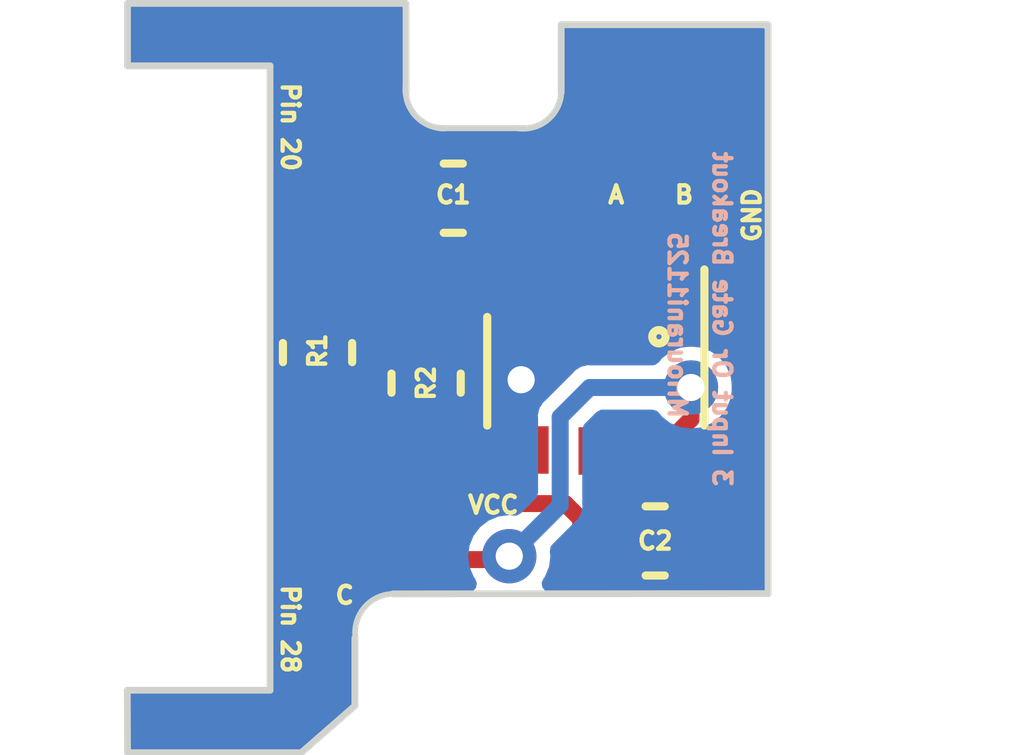
<source format=kicad_pcb>
(kicad_pcb (version 20211014) (generator pcbnew)
  (layers (0 "F.Cu" signal) (31 "B.Cu" signal) (34 "B.Paste" user) (35 "F.Paste" user) (36 "B.SilkS" user "B.Silkscreen") (37 "F.SilkS" user "F.Silkscreen") (38 "B.Mask" user) (39 "F.Mask" user) (44 "Edge.Cuts" user))
  (net 0 "")
  (net 1 "VCC-PAD")
  (net 2 "GND")
  (net 3 "CE")
  (net 4 "A")
  (net 5 "B")
  (net 6 "VCC5V")
  (net 7 "C")
  (footprint "" (layer "F.Cu") (at 150.1 93 90)
    (fp_text reference "" (at 0 0 90) (layer "F.SilkS") (effects (font (size 1.27 1.27))))
    (fp_text value "" (at 0 0 90) (layer "F.SilkS") (effects (font (size 1.27 1.27))))
    (pad "10" smd roundrect (at 0 0 270) (size 1.778 0.508) (layers "F.Cu" "F.Paste" "F.Mask") (net 5 "B"))
  )
  (footprint "" (layer "F.Cu") (at 146.225 98.75 -90)
    (fp_text reference "" (at 0 0 90) (layer "F.SilkS") (effects (font (size 1.27 1.27))))
    (fp_text value "" (at 0 0 90) (layer "F.SilkS") (effects (font (size 1.27 1.27))))
    (pad "B" smd roundrect (at 0 0 180) (size 1.778 0.508) (layers "F.Cu" "F.Paste" "F.Mask") (net 6 "VCC5V"))
  )
  (footprint "" (layer "F.Cu") (at 151.1 93 90)
    (fp_text reference "" (at 0 0 90) (layer "F.SilkS") (effects (font (size 1.27 1.27))))
    (fp_text value "" (at 0 0 90) (layer "F.SilkS") (effects (font (size 1.27 1.27))))
    (pad "9" smd roundrect (at 0 0 270) (size 1.778 0.508) (layers "F.Cu" "F.Paste" "F.Mask") (net 2 "GND"))
  )
  (footprint "" (layer "F.Cu") (at 149.1 93 -90)
    (fp_text reference "" (at 0 0 90) (layer "F.SilkS") (effects (font (size 1.27 1.27))))
    (fp_text value "" (at 0 0 90) (layer "F.SilkS") (effects (font (size 1.27 1.27))))
    (pad "11" smd roundrect (at 0 0 90) (size 1.778 0.508) (layers "F.Cu" "F.Paste" "F.Mask") (net 4 "A"))
  )
  (footprint "" (layer "F.Cu") (at 143.5 102)
    (fp_text reference "" (at 0 0) (layer "F.SilkS") (effects (font (size 1.27 1.27))))
    (fp_text value "" (at 0 0) (layer "F.SilkS") (effects (font (size 1.27 1.27))))
    (pad "4" smd roundrect (at 0 0) (size 2.286 0.508) (layers "F.Cu" "F.Paste" "F.Mask") (net 3 "CE"))
  )
  (footprint "" (layer "F.Cu") (at 143.5 91.85 180)
    (fp_text reference "" (at 0 0) (layer "F.SilkS") (effects (font (size 1.27 1.27))))
    (fp_text value "" (at 0 0) (layer "F.SilkS") (effects (font (size 1.27 1.27))))
    (pad "1" smd roundrect (at 0 0 180) (size 2.286 0.508) (layers "F.Cu" "F.Paste" "F.Mask") (net 1 "VCC-PAD"))
  )
  (footprint "Capacitor_SMD:C_0603_1608Metric" (layer "F.Cu") (at 146.6 96.975 -90)
    (fp_text reference "R2" (at 0 0 -90) (layer "F.SilkS") (effects (font (size 0.254 0.254) (thickness 0.0635))))
    (fp_text value "0.01uf")
    (fp_line (start -0.14058 -0.51) (end 0.14058 -0.51) (layer "F.SilkS") (width 0.12))
    (fp_line (start -0.14058 0.51) (end 0.14058 0.51) (layer "F.SilkS") (width 0.12))
    (pad "5" smd roundrect (at -0.775 0 270) (size 0.9 0.95) (layers "F.Cu" "F.Paste" "F.Mask") (net 2 "GND"))
    (pad "6" smd roundrect (at 0.775 0 270) (size 0.9 0.95) (layers "F.Cu" "F.Paste" "F.Mask") (net 3 "CE"))
  )
  (footprint "Capacitor_SMD:C_0603_1608Metric" (layer "F.Cu") (at 149.975 99.3)
    (fp_text reference "C2" (at 0 0) (layer "F.SilkS") (effects (font (size 0.254 0.254) (thickness 0.0635))))
    (fp_text value "0.1uf")
    (fp_line (start -0.14058 -0.51) (end 0.14058 -0.51) (layer "F.SilkS") (width 0.12))
    (fp_line (start -0.14058 0.51) (end 0.14058 0.51) (layer "F.SilkS") (width 0.12))
    (pad "7" smd roundrect (at 0.775 0) (size 0.9 0.95) (layers "F.Cu" "F.Paste" "F.Mask") (net 2 "GND"))
    (pad "8" smd roundrect (at -0.775 0) (size 0.9 0.95) (layers "F.Cu" "F.Paste" "F.Mask") (net 6 "VCC5V"))
  )
  (footprint "" (layer "F.Cu") (at 146.225 99.575)
    (fp_text reference "" (at 0 0) (layer "F.SilkS") (effects (font (size 1.27 1.27))))
    (fp_text value "" (at 0 0) (layer "F.SilkS") (effects (font (size 1.27 1.27))))
    (pad "B" smd roundrect (at 0 0 180) (size 1.778 0.508) (layers "F.Cu" "F.Paste" "F.Mask") (net 7 "C"))
  )
  (footprint "Package_SO:TSOP-6_1.65x3.05mm_P0.95mm" (layer "F.Cu") (at 149.1 96.8 -90)
    (fp_text reference "U5" hide)
    (fp_text value "74LVC1G332GW,125")
    (fp_line (start -0.8 1.6) (end 0.8 1.6) (layer "F.SilkS") (width 0.12))
    (fp_line (start 0.8 -1.6) (end -1.5 -1.6) (layer "F.SilkS") (width 0.12))
    (fp_circle (center -0.508488 -0.93) (end -0.418488 -0.89) (layer "F.SilkS") (width 0.12) (fill none))
    (pad "1" smd rect (at -1.16 -0.95 270) (size 0.7 0.51) (layers "F.Cu" "F.Paste" "F.Mask") (net 5 "B"))
    (pad "2" smd rect (at -1.16 0 270) (size 0.7 0.51) (layers "F.Cu" "F.Paste" "F.Mask") (net 2 "GND"))
    (pad "3" smd rect (at -1.16 0.95 270) (size 0.7 0.51) (layers "F.Cu" "F.Paste" "F.Mask") (net 4 "A"))
    (pad "4" smd rect (at 1.16 0.95 270) (size 0.7 0.51) (layers "F.Cu" "F.Paste" "F.Mask") (net 3 "CE"))
    (pad "5" smd rect (at 1.175 0 270) (size 0.7 0.51) (layers "F.Cu" "F.Paste" "F.Mask") (net 6 "VCC5V"))
    (pad "6" smd rect (at 1.16 -0.95 270) (size 0.7 0.51) (layers "F.Cu" "F.Paste" "F.Mask") (net 7 "C"))
  )
  (footprint "Capacitor_SMD:C_0603_1608Metric" (layer "F.Cu") (at 145 96.525 90)
    (fp_text reference "R1" (at 0.025 0 90) (layer "F.SilkS") (effects (font (size 0.254 0.254) (thickness 0.0635))))
    (fp_text value " ")
    (fp_line (start -0.14058 0.51) (end 0.14058 0.51) (layer "F.SilkS") (width 0.12))
    (fp_line (start -0.14058 -0.51) (end 0.14058 -0.51) (layer "F.SilkS") (width 0.12))
    (pad "2" smd roundrect (at 0.775 0 90) (size 0.9 0.95) (layers "F.Cu" "F.Paste" "F.Mask") (net 1 "VCC-PAD"))
    (pad "3" smd roundrect (at -0.775 0 90) (size 0.9 0.95) (layers "F.Cu" "F.Paste" "F.Mask") (net 3 "CE"))
  )
  (footprint "Capacitor_SMD:C_0603_1608Metric" (layer "F.Cu") (at 147 94.25)
    (fp_text reference "C1" (at 0 -0.05) (layer "F.SilkS") (effects (font (size 0.254 0.254) (thickness 0.0635))))
    (fp_text value "0.01uf")
    (fp_line (start -0.14058 -0.51) (end 0.14058 -0.51) (layer "F.SilkS") (width 0.12))
    (fp_line (start -0.14058 0.51) (end 0.14058 0.51) (layer "F.SilkS") (width 0.12))
    (pad "5" smd roundrect (at -0.775 0) (size 0.9 0.95) (layers "F.Cu" "F.Paste" "F.Mask") (net 1 "VCC-PAD"))
    (pad "6" smd roundrect (at 0.775 0) (size 0.9 0.95) (layers "F.Cu" "F.Paste" "F.Mask") (net 2 "GND"))
  )
  (gr_line (start 144.76 102.42) (end 142.2 102.42) (layer "Edge.Cuts") (width 0.1))
  (gr_line (start 144.76 102.42) (end 145.55 101.73) (layer "Edge.Cuts") (width 0.1))
  (gr_line (start 148.59 92.69) (end 148.59 91.694) (layer "Edge.Cuts") (width 0.1))
  (gr_arc (start 145.56 100.74) (mid 145.684497 100.28762) (end 146.11 100.08) (layer "Edge.Cuts") (width 0.08382))
  (gr_line (start 151.638 91.694) (end 151.638 100.076) (layer "Edge.Cuts") (width 0.1))
  (gr_line (start 146.79 93.218) (end 148.06 93.218) (layer "Edge.Cuts") (width 0.0889))
  (gr_line (start 146.304 91.39) (end 146.304 92.7) (layer "Edge.Cuts") (width 0.1))
  (gr_line (start 151.638 100.076) (end 146.11 100.08) (layer "Edge.Cuts") (width 0.1))
  (gr_line (start 142.2 91.38) (end 146.3 91.38) (layer "Edge.Cuts") (width 0.1))
  (gr_line (start 145.55 100.73) (end 145.55 101.73) (layer "Edge.Cuts") (width 0.1))
  (gr_line (start 144.3 101.5) (end 144.3 92.3) (layer "Edge.Cuts") (width 0.1))
  (gr_line (start 144.3 92.3) (end 142.2 92.3) (layer "Edge.Cuts") (width 0.1))
  (gr_line (start 142.197 101.5) (end 144.3 101.5) (layer "Edge.Cuts") (width 0.1))
  (gr_line (start 148.59 91.694) (end 151.638 91.694) (layer "Edge.Cuts") (width 0.1))
  (gr_line (start 142.2 102.42) (end 142.197 101.5) (layer "Edge.Cuts") (width 0.1))
  (gr_line (start 142.2 92.3) (end 142.2 91.4) (layer "Edge.Cuts") (width 0.1))
  (gr_arc (start 148.592006 92.65) (mid 148.406336 93.079511) (end 147.96 93.22) (layer "Edge.Cuts") (width 0.0889))
  (gr_arc (start 146.88 93.22) (mid 146.430454 93.017928) (end 146.31 92.54) (layer "Edge.Cuts") (width 0.0889))
  (gr_text "3 Input Or Gate Breakout\n" (at 150.96 96.03 -90) (layer "B.SilkS") (effects (font (size 0.254 0.254) (thickness 0.0635)) (justify mirror)))
  (gr_text "MHourani1125" (at 150.3 96.12 270) (layer "B.SilkS") (effects (font (size 0.254 0.254) (thickness 0.0635)) (justify mirror)))
  (gr_text "A" (at 149.4 94.2) (layer "F.SilkS") (effects (font (size 0.254 0.254) (thickness 0.0635))))
  (gr_text "Pin 20" (at 144.6 93.2 -90) (layer "F.SilkS") (effects (font (size 0.254 0.254) (thickness 0.0635))))
  (gr_text "Pin 28\n" (at 144.6 100.6 -90) (layer "F.SilkS") (effects (font (size 0.254 0.254) (thickness 0.0635))))
  (gr_text "B" (at 150.4 94.2) (layer "F.SilkS") (effects (font (size 0.254 0.254) (thickness 0.0635))))
  (gr_text "C" (at 145.4 100.1) (layer "F.SilkS") (effects (font (size 0.254 0.254) (thickness 0.0635))))
  (gr_text "VCC" (at 147.59 98.77) (layer "F.SilkS") (effects (font (size 0.254 0.254) (thickness 0.0635))))
  (gr_text "GND" (at 151.4 94.5 90) (layer "F.SilkS") (effects (font (size 0.254 0.254) (thickness 0.0635))))
  (segment (start 143.55 91.85) (end 145.6 91.85) (width 0.25) (layer "F.Cu") (net 1))
  (segment (start 145.6 91.85) (end 146 92.25) (width 0.25) (layer "F.Cu") (net 1))
  (segment (start 144.6 91.85) (end 145 92.25) (width 0.25) (layer "F.Cu") (net 1))
  (segment (start 143.55 91.85) (end 144.6 91.85) (width 0.25) (layer "F.Cu") (net 1))
  (segment (start 146 92.25) (end 146 94.025) (width 0.25) (layer "F.Cu") (net 1))
  (segment (start 145 92.25) (end 145 95.75) (width 0.25) (layer "F.Cu") (net 1))
  (segment (start 146 94.025) (end 146.225 94.25) (width 0.25) (layer "F.Cu") (net 1))
  (segment (start 148.469502 96.475) (end 150.041792 96.475) (width 0.25) (layer "F.Cu") (net 2))
  (segment (start 148 96.925) (end 148 96.745) (width 0.25) (layer "F.Cu") (net 2))
  (segment (start 150.6305 96.3145) (end 151.1 95.845) (width 0.25) (layer "F.Cu") (net 2))
  (segment (start 151.075 96.586598) (end 151.075 95.85) (width 0.25) (layer "F.Cu") (net 2))
  (segment (start 151.227597 98.797403) (end 151.227597 96.739195) (width 0.25) (layer "F.Cu") (net 2))
  (segment (start 147.56 96.305) (end 147.56 95.56) (width 0.25) (layer "F.Cu") (net 2))
  (segment (start 147.5 95.5) (end 147.56 95.56) (width 0.25) (layer "F.Cu") (net 2))
  (segment (start 151.227597 96.739195) (end 151.075 96.586598) (width 0.25) (layer "F.Cu") (net 2))
  (segment (start 150.725 99.3) (end 151.227597 98.797403) (width 0.25) (layer "F.Cu") (net 2))
  (segment (start 147.56 95.56) (end 147.56 94.465) (width 0.25) (layer "F.Cu") (net 2))
  (segment (start 148 96.925) (end 149.1 95.825) (width 0.25) (layer "F.Cu") (net 2))
  (segment (start 151.1 95.845) (end 151.1 93) (width 0.25) (layer "F.Cu") (net 2))
  (segment (start 150.041792 96.475) (end 150.202292 96.3145) (width 0.25) (layer "F.Cu") (net 2))
  (segment (start 148 96.745) (end 147.56 96.305) (width 0.25) (layer "F.Cu") (net 2))
  (segment (start 146.6 96.2) (end 146.6 95.5) (width 0.25) (layer "F.Cu") (net 2))
  (segment (start 150.202292 96.3145) (end 150.6305 96.3145) (width 0.25) (layer "F.Cu") (net 2))
  (segment (start 148 96.925) (end 148.019502 96.925) (width 0.25) (layer "F.Cu") (net 2))
  (segment (start 148.019502 96.925) (end 148.469502 96.475) (width 0.25) (layer "F.Cu") (net 2))
  (segment (start 147.56 94.465) (end 147.775 94.25) (width 0.25) (layer "F.Cu") (net 2))
  (segment (start 149.1 95.825) (end 149.1 95.64) (width 0.25) (layer "F.Cu") (net 2))
  (segment (start 146.6 95.5) (end 147.5 95.5) (width 0.25) (layer "F.Cu") (net 2))
  (via (at 148 96.925) (size 0.8) (drill 0.4) (layers "F.Cu" "B.Cu") (net 2))
  (segment (start 144.5 102) (end 145 101.5) (width 0.25) (layer "F.Cu") (net 3))
  (segment (start 145 97.975) (end 145 97.3) (width 0.25) (layer "F.Cu") (net 3))
  (segment (start 148.15 97.96) (end 146.81 97.96) (width 0.25) (layer "F.Cu") (net 3))
  (segment (start 145 97.975) (end 146.375 97.975) (width 0.25) (layer "F.Cu") (net 3))
  (segment (start 146.375 97.975) (end 146.6 97.75) (width 0.25) (layer "F.Cu") (net 3))
  (segment (start 145 99.3) (end 145 97.975) (width 0.25) (layer "F.Cu") (net 3))
  (segment (start 145 101.5) (end 145 99.3) (width 0.25) (layer "F.Cu") (net 3))
  (segment (start 146.81 97.96) (end 146.6 97.75) (width 0.25) (layer "F.Cu") (net 3))
  (segment (start 143.5 102) (end 144.5 102) (width 0.25) (layer "F.Cu") (net 3))
  (segment (start 148.15 95.4) (end 149.1 94.45) (width 0.25) (layer "F.Cu") (net 4))
  (segment (start 149.1 94.45) (end 149.1 93) (width 0.25) (layer "F.Cu") (net 4))
  (segment (start 148.15 95.64) (end 148.15 95.4) (width 0.25) (layer "F.Cu") (net 4))
  (segment (start 150.05 93.05) (end 150.05 95.64) (width 0.25) (layer "F.Cu") (net 5))
  (segment (start 150.1 93) (end 150.05 93.05) (width 0.25) (layer "F.Cu") (net 5))
  (segment (start 149.2 99.3) (end 149.1 99.2) (width 0.25) (layer "F.Cu") (net 6))
  (segment (start 149.1 99.2) (end 149.1 97.975) (width 0.25) (layer "F.Cu") (net 6))
  (segment (start 146.225 98.75) (end 148.65 98.75) (width 0.25) (layer "F.Cu") (net 6))
  (segment (start 148.65 98.75) (end 149.2 99.3) (width 0.25) (layer "F.Cu") (net 6))
  (segment (start 146.225 99.575) (end 147.775 99.575) (width 0.25) (layer "F.Cu") (net 7))
  (segment (start 150.502597 97.0395) (end 150.502597 97.507403) (width 0.25) (layer "F.Cu") (net 7))
  (segment (start 147.775 99.575) (end 147.825 99.525) (width 0.25) (layer "F.Cu") (net 7))
  (segment (start 150.502597 97.507403) (end 150.05 97.96) (width 0.25) (layer "F.Cu") (net 7))
  (via (at 147.825 99.525) (size 0.8) (drill 0.4) (layers "F.Cu" "B.Cu") (net 7))
  (via (at 150.502597 97.0395) (size 0.8) (drill 0.4) (layers "F.Cu" "B.Cu") (net 7))
  (segment (start 148.575 97.475) (end 148.575 98.775) (width 0.25) (layer "B.Cu") (net 7))
  (segment (start 150.502597 97.0395) (end 149.0105 97.0395) (width 0.25) (layer "B.Cu") (net 7))
  (segment (start 149.0105 97.0395) (end 148.575 97.475) (width 0.25) (layer "B.Cu") (net 7))
  (segment (start 148.575 98.775) (end 147.825 99.525) (width 0.25) (layer "B.Cu") (net 7))
  (zone (net 2) (net_name "GND") (layer "B.Cu") (connect_pads (clearance 0)) (min_thickness 0.254) (fill yes (thermal_gap 0.508) (thermal_bridge_width 0.508))
    (polygon (pts (xy 146.28 91.38) (xy 146.3 92.43) (xy 146.29 92.74) (xy 146.38 92.96) (xy 146.54 93.1) (xy 146.74 93.18) (xy 148 93.21) (xy 148.15 93.2) (xy 148.37 93.1) (xy 148.57 92.82) (xy 148.58 92.65) (xy 148.6 91.67) (xy 151.61 91.69) (xy 151.64 100.06) (xy 146.1 100.06) (xy 145.79 100.18) (xy 145.62 100.37) (xy 145.54 100.56) (xy 145.54 101.69) (xy 144.75 102.43) (xy 142.22 102.43) (xy 142.2 101.48) (xy 144.3 101.48) (xy 144.31 92.32) (xy 142.21 92.3) (xy 142.19 91.38) (xy 142.2 91.35)))
  )
)
</source>
